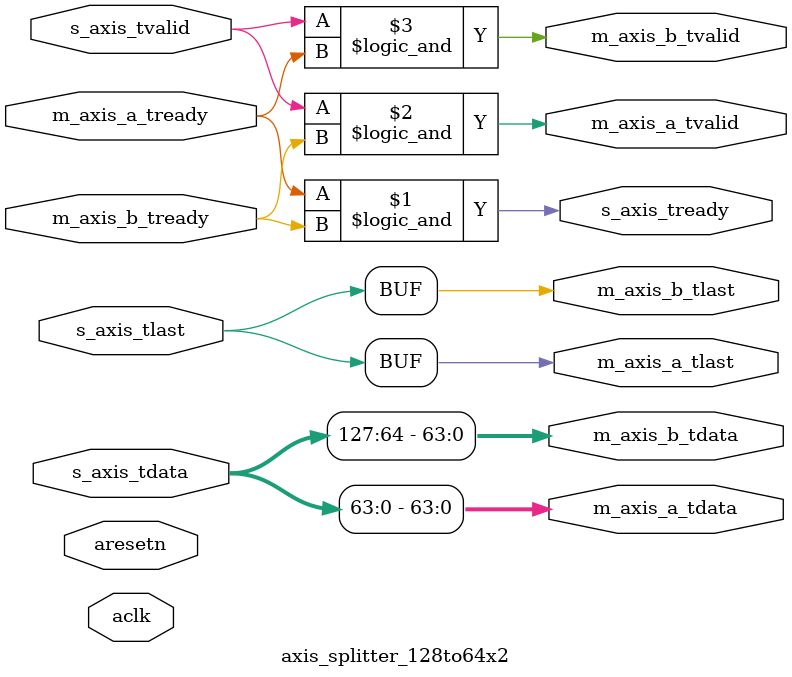
<source format=v>
`timescale 1ns / 1ps

module axis_splitter_128to64x2 (
    input  wire          aclk,
    input  wire          aresetn,

    input  wire [127:0]  s_axis_tdata,
    input  wire          s_axis_tvalid,
    output wire          s_axis_tready,
    input  wire          s_axis_tlast,

    output wire [63:0]   m_axis_a_tdata,
    output wire          m_axis_a_tvalid,
    input  wire          m_axis_a_tready,
    output wire          m_axis_a_tlast,

    output wire [63:0]   m_axis_b_tdata,
    output wire          m_axis_b_tvalid,
    input  wire          m_axis_b_tready,
    output wire          m_axis_b_tlast
);

    assign m_axis_a_tdata = s_axis_tdata[63:0]; 
    assign m_axis_b_tdata = s_axis_tdata[127:64];

    assign m_axis_a_tlast = s_axis_tlast;
    assign m_axis_b_tlast = s_axis_tlast;

    assign s_axis_tready = m_axis_a_tready && m_axis_b_tready;

    assign m_axis_a_tvalid = s_axis_tvalid && m_axis_b_tready;
    assign m_axis_b_tvalid = s_axis_tvalid && m_axis_a_tready;

endmodule
</source>
